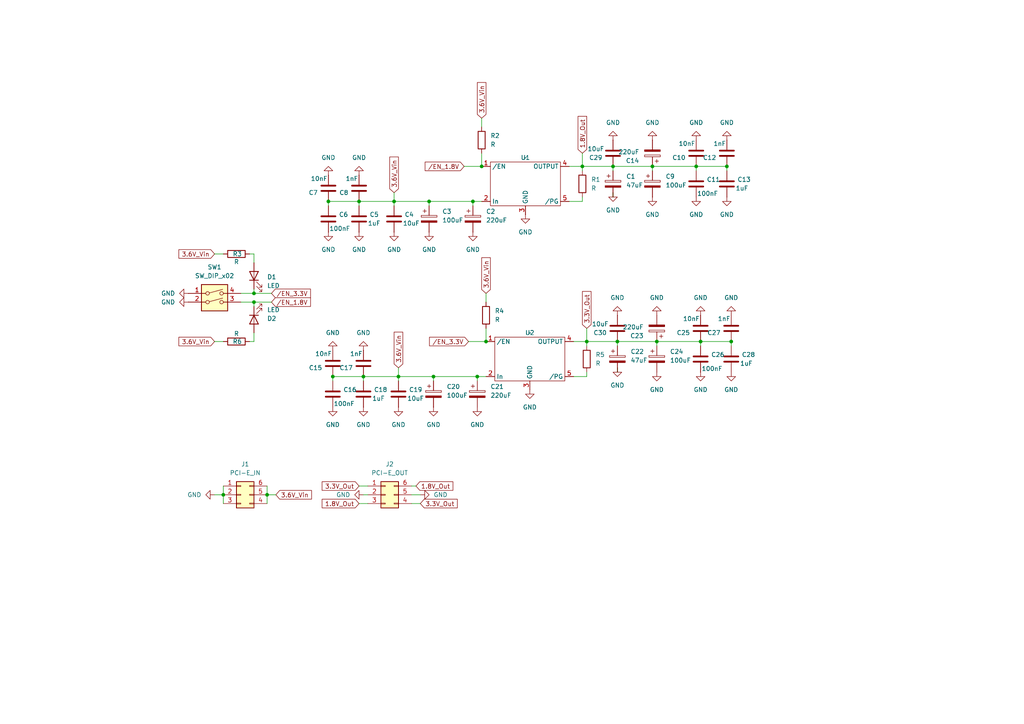
<source format=kicad_sch>
(kicad_sch (version 20231120) (generator "eeschema") (generator_version "8.0")
  (paper "A4")
  (lib_symbols
    (symbol "Connector_Generic:Conn_02x03_Counter_Clockwise" (pin_names (offset 1.016) hide)
      (property "Reference" "J" (at 1.27 5.08 0))
      (property "Value" "Conn_02x03_Counter_Clockwise" (at 1.27 -5.08 0))
      (symbol "Conn_02x03_Counter_Clockwise_1_1"
        (rectangle (start -1.27 -2.413) (end 0 -2.667) (stroke (width 0.1524)))
        (rectangle (start -1.27 0.127) (end 0 -0.127) (stroke (width 0.1524)))
        (rectangle (start -1.27 2.667) (end 0 2.413) (stroke (width 0.1524)))
        (rectangle (start -1.27 3.81) (end 3.81 -3.81) (stroke (width 0.254)) (fill (type background)))
        (rectangle (start 3.81 -2.413) (end 2.54 -2.667) (stroke (width 0.1524)))
        (rectangle (start 3.81 0.127) (end 2.54 -0.127) (stroke (width 0.1524)))
        (rectangle (start 3.81 2.667) (end 2.54 2.413) (stroke (width 0.1524)))
        (pin passive line (at -5.08 2.54 0) (length 3.81) (name "Pin_1") (number "1"))
        (pin passive line (at -5.08 0 0) (length 3.81) (name "Pin_2") (number "2"))
        (pin passive line (at -5.08 -2.54 0) (length 3.81) (name "Pin_3") (number "3"))
        (pin passive line (at 7.62 -2.54 180) (length 3.81) (name "Pin_4") (number "4"))
        (pin passive line (at 7.62 0 180) (length 3.81) (name "Pin_5") (number "5"))
        (pin passive line (at 7.62 2.54 180) (length 3.81) (name "Pin_6") (number "6"))
      )
    )
    (symbol "Device:C" (pin_numbers hide) (pin_names (offset 0.254))
      (property "Reference" "C" (at 0.635 2.54 0))
      (property "Value" "C" (at 0.635 -2.54 0))
      (symbol "C_0_1"
        (polyline (pts (xy -2.032 -0.762) (xy 2.032 -0.762)) (stroke (width 0.508)))
        (polyline (pts (xy -2.032 0.762) (xy 2.032 0.762)) (stroke (width 0.508)))
      )
      (symbol "C_1_1"
        (pin passive line (at 0 3.81 270) (length 2.794) (name "~") (number "1"))
        (pin passive line (at 0 -3.81 90) (length 2.794) (name "~") (number "2"))
      )
    )
    (symbol "Device:C_Polarized" (pin_numbers hide) (pin_names (offset 0.254))
      (property "Reference" "C" (at 0.635 2.54 0))
      (property "Value" "C_Polarized" (at 0.635 -2.54 0))
      (symbol "C_Polarized_0_1"
        (rectangle (start -2.286 0.508) (end 2.286 1.016))
        (polyline (pts (xy -1.778 2.286) (xy -0.762 2.286)))
        (polyline (pts (xy -1.27 2.794) (xy -1.27 1.778)))
        (rectangle (start 2.286 -0.508) (end -2.286 -1.016) (fill (type outline)))
      )
      (symbol "C_Polarized_1_1"
        (pin passive line (at 0 3.81 270) (length 2.794) (name "~") (number "1"))
        (pin passive line (at 0 -3.81 90) (length 2.794) (name "~") (number "2"))
      )
    )
    (symbol "Device:LED" (pin_numbers hide) (pin_names (offset 1.016) hide)
      (property "Reference" "D" (at 0 2.54 0))
      (property "Value" "LED" (at 0 -2.54 0))
      (symbol "LED_0_1"
        (polyline (pts (xy -1.27 -1.27) (xy -1.27 1.27)) (stroke (width 0.254)))
        (polyline (pts (xy -1.27 0) (xy 1.27 0)))
        (polyline (pts (xy 1.27 -1.27) (xy 1.27 1.27) (xy -1.27 0) (xy 1.27 -1.27)) (stroke (width 0.254)))
        (polyline (pts (xy -3.048 -0.762) (xy -4.572 -2.286) (xy -3.81 -2.286) (xy -4.572 -2.286) (xy -4.572 -1.524)))
        (polyline (pts (xy -1.778 -0.762) (xy -3.302 -2.286) (xy -2.54 -2.286) (xy -3.302 -2.286) (xy -3.302 -1.524)))
      )
      (symbol "LED_1_1"
        (pin passive line (at -3.81 0 0) (length 2.54) (name "K") (number "1"))
        (pin passive line (at 3.81 0 180) (length 2.54) (name "A") (number "2"))
      )
    )
    (symbol "Device:R" (pin_numbers hide) (pin_names (offset 0))
      (property "Reference" "R" (at 2.032 0 90))
      (property "Value" "R" (at 0 0 90))
      (symbol "R_0_1"
        (rectangle (start -1.016 -2.54) (end 1.016 2.54) (stroke (width 0.254)))
      )
      (symbol "R_1_1"
        (pin passive line (at 0 3.81 270) (length 1.27) (name "~") (number "1"))
        (pin passive line (at 0 -3.81 90) (length 1.27) (name "~") (number "2"))
      )
    )
    (symbol "HYDRA_Symbol:TPS75918KTTT"
      (property "Reference" "U" (at 0 0 0))
      (symbol "TPS75918KTTT_0_1"
        (rectangle (start -10.16 -1.27) (end 10.16 -13.97))
      )
      (symbol "TPS75918KTTT_1_1"
        (pin input line (at -12.7 -2.54 0) (length 2.54) (name "/EN") (number "1"))
        (pin input line (at -12.7 -12.7 0) (length 2.54) (name "In") (number "2"))
        (pin input line (at 0 -16.51 90) (length 2.54) (name "GND") (number "3"))
        (pin input line (at 12.7 -2.54 180) (length 2.54) (name "OUTPUT") (number "4"))
        (pin input line (at 12.7 -12.7 180) (length 2.54) (name "/PG") (number "5"))
      )
    )
    (symbol "Switch:SW_DIP_x02" (pin_names (offset 0) hide)
      (property "Reference" "SW" (at 0 6.35 0))
      (property "Value" "SW_DIP_x02" (at 0 -3.81 0))
      (symbol "SW_DIP_x02_0_0"
        (circle (center -2.032 0) (radius 0.508))
        (circle (center -2.032 2.54) (radius 0.508))
        (polyline (pts (xy -1.524 0.127) (xy 2.3622 1.1684)))
        (polyline (pts (xy -1.524 2.667) (xy 2.3622 3.7084)))
        (circle (center 2.032 0) (radius 0.508))
        (circle (center 2.032 2.54) (radius 0.508))
      )
      (symbol "SW_DIP_x02_0_1"
        (rectangle (start -3.81 5.08) (end 3.81 -2.54) (stroke (width 0.254)) (fill (type background)))
      )
      (symbol "SW_DIP_x02_1_1"
        (pin passive line (at -7.62 2.54 0) (length 5.08) (name "~") (number "1"))
        (pin passive line (at -7.62 0 0) (length 5.08) (name "~") (number "2"))
        (pin passive line (at 7.62 0 180) (length 5.08) (name "~") (number "3"))
        (pin passive line (at 7.62 2.54 180) (length 5.08) (name "~") (number "4"))
      )
    )
    (symbol "power:GND" (power) (pin_numbers hide) (pin_names (offset 0) hide)
      (property "Value" "GND" (at 0 -3.81 0))
      (symbol "GND_0_1"
        (polyline (pts (xy 0 0) (xy 0 -1.27) (xy 1.27 -1.27) (xy 0 -2.54) (xy -1.27 -1.27) (xy 0 -1.27)))
      )
      (symbol "GND_1_1"
        (pin power_in line (at 0 0 270) (length 0) (name "~") (number "1"))
      )
    )
  )
  (junction (at 177.8 48.26))
  (junction (at 73.66 85.09))
  (junction (at 139.7 48.26))
  (junction (at 115.57 109.22))
  (junction (at 124.46 58.42))
  (junction (at 190.5 99.06))
  (junction (at 210.82 48.26))
  (junction (at 189.23 48.26))
  (junction (at 64.77 143.51))
  (junction (at 96.52 109.22))
  (junction (at 140.97 99.06))
  (junction (at 105.41 109.22))
  (junction (at 104.14 58.42))
  (junction (at 95.25 58.42))
  (junction (at 77.47 143.51))
  (junction (at 137.16 58.42))
  (junction (at 170.18 99.06))
  (junction (at 203.2 99.06))
  (junction (at 125.73 109.22))
  (junction (at 201.93 48.26))
  (junction (at 73.66 87.63))
  (junction (at 212.09 99.06))
  (junction (at 138.43 109.22))
  (junction (at 179.07 99.06))
  (junction (at 168.91 48.26))
  (junction (at 114.3 58.42))
  (wire (pts (xy 62.23 99.06) (xy 64.77 99.06)))
  (wire (pts (xy 114.3 55.88) (xy 114.3 58.42)))
  (wire (pts (xy 177.8 48.26) (xy 177.8 49.53)))
  (wire (pts (xy 135.89 99.06) (xy 140.97 99.06)))
  (wire (pts (xy 168.91 58.42) (xy 168.91 57.15)))
  (wire (pts (xy 115.57 109.22) (xy 125.73 109.22)))
  (wire (pts (xy 125.73 109.22) (xy 138.43 109.22)))
  (wire (pts (xy 73.66 73.66) (xy 73.66 76.2)))
  (wire (pts (xy 104.14 140.97) (xy 106.68 140.97)))
  (wire (pts (xy 120.65 140.97) (xy 119.38 140.97)))
  (wire (pts (xy 203.2 99.06) (xy 212.09 99.06)))
  (wire (pts (xy 168.91 48.26) (xy 177.8 48.26)))
  (wire (pts (xy 119.38 143.51) (xy 121.92 143.51)))
  (wire (pts (xy 134.62 48.26) (xy 139.7 48.26)))
  (wire (pts (xy 105.41 110.49) (xy 105.41 109.22)))
  (wire (pts (xy 125.73 109.22) (xy 125.73 110.49)))
  (wire (pts (xy 201.93 48.26) (xy 201.93 49.53)))
  (wire (pts (xy 168.91 44.45) (xy 168.91 48.26)))
  (wire (pts (xy 170.18 95.25) (xy 170.18 99.06)))
  (wire (pts (xy 168.91 48.26) (xy 165.1 48.26)))
  (wire (pts (xy 170.18 99.06) (xy 166.37 99.06)))
  (wire (pts (xy 170.18 99.06) (xy 170.18 100.33)))
  (wire (pts (xy 212.09 99.06) (xy 212.09 100.33)))
  (wire (pts (xy 179.07 99.06) (xy 190.5 99.06)))
  (wire (pts (xy 78.74 87.63) (xy 73.66 87.63)))
  (wire (pts (xy 166.37 109.22) (xy 170.18 109.22)))
  (wire (pts (xy 190.5 100.33) (xy 190.5 99.06)))
  (wire (pts (xy 77.47 140.97) (xy 77.47 143.51)))
  (wire (pts (xy 73.66 99.06) (xy 73.66 96.52)))
  (wire (pts (xy 124.46 58.42) (xy 137.16 58.42)))
  (wire (pts (xy 115.57 109.22) (xy 115.57 110.49)))
  (wire (pts (xy 96.52 110.49) (xy 96.52 109.22)))
  (wire (pts (xy 177.8 57.15) (xy 177.8 55.88)))
  (wire (pts (xy 177.8 48.26) (xy 189.23 48.26)))
  (wire (pts (xy 114.3 58.42) (xy 114.3 59.69)))
  (wire (pts (xy 96.52 109.22) (xy 105.41 109.22)))
  (wire (pts (xy 139.7 44.45) (xy 139.7 48.26)))
  (wire (pts (xy 189.23 49.53) (xy 189.23 48.26)))
  (wire (pts (xy 73.66 87.63) (xy 69.85 87.63)))
  (wire (pts (xy 189.23 48.26) (xy 201.93 48.26)))
  (wire (pts (xy 64.77 140.97) (xy 64.77 143.51)))
  (wire (pts (xy 72.39 73.66) (xy 73.66 73.66)))
  (wire (pts (xy 114.3 58.42) (xy 124.46 58.42)))
  (wire (pts (xy 203.2 99.06) (xy 203.2 100.33)))
  (wire (pts (xy 78.74 85.09) (xy 73.66 85.09)))
  (wire (pts (xy 64.77 143.51) (xy 64.77 146.05)))
  (wire (pts (xy 124.46 58.42) (xy 124.46 59.69)))
  (wire (pts (xy 105.41 109.22) (xy 115.57 109.22)))
  (wire (pts (xy 105.41 143.51) (xy 106.68 143.51)))
  (wire (pts (xy 62.23 73.66) (xy 64.77 73.66)))
  (wire (pts (xy 137.16 58.42) (xy 139.7 58.42)))
  (wire (pts (xy 95.25 59.69) (xy 95.25 58.42)))
  (wire (pts (xy 190.5 99.06) (xy 203.2 99.06)))
  (wire (pts (xy 73.66 85.09) (xy 69.85 85.09)))
  (wire (pts (xy 62.23 143.51) (xy 64.77 143.51)))
  (wire (pts (xy 168.91 48.26) (xy 168.91 49.53)))
  (wire (pts (xy 104.14 59.69) (xy 104.14 58.42)))
  (wire (pts (xy 95.25 58.42) (xy 104.14 58.42)))
  (wire (pts (xy 77.47 143.51) (xy 77.47 146.05)))
  (wire (pts (xy 140.97 95.25) (xy 140.97 99.06)))
  (wire (pts (xy 179.07 107.95) (xy 179.07 106.68)))
  (wire (pts (xy 139.7 34.29) (xy 139.7 36.83)))
  (wire (pts (xy 80.01 143.51) (xy 77.47 143.51)))
  (wire (pts (xy 72.39 99.06) (xy 73.66 99.06)))
  (wire (pts (xy 121.92 146.05) (xy 119.38 146.05)))
  (wire (pts (xy 201.93 48.26) (xy 210.82 48.26)))
  (wire (pts (xy 140.97 85.09) (xy 140.97 87.63)))
  (wire (pts (xy 165.1 58.42) (xy 168.91 58.42)))
  (wire (pts (xy 170.18 99.06) (xy 179.07 99.06)))
  (wire (pts (xy 104.14 58.42) (xy 114.3 58.42)))
  (wire (pts (xy 138.43 109.22) (xy 140.97 109.22)))
  (wire (pts (xy 179.07 99.06) (xy 179.07 100.33)))
  (wire (pts (xy 115.57 106.68) (xy 115.57 109.22)))
  (wire (pts (xy 73.66 88.9) (xy 73.66 87.63)))
  (wire (pts (xy 210.82 48.26) (xy 210.82 49.53)))
  (wire (pts (xy 138.43 110.49) (xy 138.43 109.22)))
  (wire (pts (xy 137.16 59.69) (xy 137.16 58.42)))
  (wire (pts (xy 170.18 109.22) (xy 170.18 107.95)))
  (wire (pts (xy 73.66 83.82) (xy 73.66 85.09)))
  (wire (pts (xy 104.14 146.05) (xy 106.68 146.05)))
  (global_label "1.8V_Out" (shape input) (at 104.14 146.05 180) (property "Intersheetrefs" "${INTERSHEET_REFS}" (effects (hide yes))))
  (global_label "3.3V_Out" (shape input) (at 170.18 95.25 90) (property "Intersheetrefs" "${INTERSHEET_REFS}" (effects (hide yes))))
  (global_label "3.6V_Vin" (shape input) (at 115.57 106.68 90) (property "Intersheetrefs" "${INTERSHEET_REFS}" (effects (hide yes))))
  (global_label "3.6V_Vin" (shape input) (at 62.23 73.66 180) (property "Intersheetrefs" "${INTERSHEET_REFS}" (effects (hide yes))))
  (global_label "3.3V_Out" (shape input) (at 104.14 140.97 180) (property "Intersheetrefs" "${INTERSHEET_REFS}" (effects (hide yes))))
  (global_label "{slash}EN_3.3V" (shape input) (at 135.89 99.06 180) (property "Intersheetrefs" "${INTERSHEET_REFS}" (effects (hide yes))))
  (global_label "3.6V_Vin" (shape input) (at 140.97 85.09 90) (property "Intersheetrefs" "${INTERSHEET_REFS}" (effects (hide yes))))
  (global_label "{slash}EN_1.8V" (shape input) (at 134.62 48.26 180) (property "Intersheetrefs" "${INTERSHEET_REFS}" (effects (hide yes))))
  (global_label "3.3V_Out" (shape input) (at 121.92 146.05 0) (property "Intersheetrefs" "${INTERSHEET_REFS}" (effects (hide yes))))
  (global_label "1.8V_Out" (shape input) (at 120.65 140.97 0) (property "Intersheetrefs" "${INTERSHEET_REFS}" (effects (hide yes))))
  (global_label "3.6V_Vin" (shape input) (at 114.3 55.88 90) (property "Intersheetrefs" "${INTERSHEET_REFS}" (effects (hide yes))))
  (global_label "3.6V_Vin" (shape input) (at 139.7 34.29 90) (property "Intersheetrefs" "${INTERSHEET_REFS}" (effects (hide yes))))
  (global_label "1.8V_Out" (shape input) (at 168.91 44.45 90) (property "Intersheetrefs" "${INTERSHEET_REFS}" (effects (hide yes))))
  (global_label "{slash}EN_3.3V" (shape input) (at 78.74 85.09 0) (property "Intersheetrefs" "${INTERSHEET_REFS}" (effects (hide yes))))
  (global_label "{slash}EN_1.8V" (shape input) (at 78.74 87.63 0) (property "Intersheetrefs" "${INTERSHEET_REFS}" (effects (hide yes))))
  (global_label "3.6V_Vin" (shape input) (at 62.23 99.06 180) (property "Intersheetrefs" "${INTERSHEET_REFS}" (effects (hide yes))))
  (global_label "3.6V_Vin" (shape input) (at 80.01 143.51 0) (property "Intersheetrefs" "${INTERSHEET_REFS}" (effects (hide yes))))
  (symbol (lib_id "Device:R") (at 168.91 53.34 0) (unit 1)
    (property "Reference" "R1" (at 171.45 52.0699 0) (effects (justify left)))
    (property "Value" "R" (at 171.45 54.6099 0) (effects (justify left)))
    (property "Footprint" "Resistor_SMD:R_0603_1608Metric" (effects (hide yes)))
    (property "Description" "Resistor" (effects (hide yes)))
  )
  (symbol (lib_id "Device:R") (at 139.7 40.64 180) (unit 1)
    (property "Reference" "R2" (at 142.24 39.3699 0) (effects (justify right)))
    (property "Value" "R" (at 142.24 41.9099 0) (effects (justify right)))
    (property "Footprint" "Resistor_SMD:R_0603_1608Metric" (effects (hide yes)))
    (property "Description" "Resistor" (effects (hide yes)))
  )
  (symbol (lib_id "power:GND") (at 210.82 40.64 180) (unit 1)
    (property "Reference" "#PWR014" (effects (hide yes)))
    (property "Value" "GND" (at 210.82 35.56 0))
    (property "Description" "Power symbol creates a global label with name \"GND\" , ground" (effects (hide yes)))
  )
  (symbol (lib_id "power:GND") (at 96.52 118.11 0) (unit 1)
    (property "Reference" "#PWR018" (effects (hide yes)))
    (property "Value" "GND" (at 96.52 123.19 0))
    (property "Description" "Power symbol creates a global label with name \"GND\" , ground" (effects (hide yes)))
  )
  (symbol (lib_id "Device:LED") (at 73.66 80.01 90) (unit 1)
    (property "Reference" "D1" (at 77.47 80.3274 90) (effects (justify right)))
    (property "Value" "LED" (at 77.47 82.8674 90) (effects (justify right)))
    (property "Footprint" "LED_SMD:LED_0603_1608Metric" (effects (hide yes)))
    (property "Description" "Light emitting diode" (effects (hide yes)))
  )
  (symbol (lib_id "power:GND") (at 179.07 106.68 0) (unit 1)
    (property "Reference" "#PWR025" (effects (hide yes)))
    (property "Value" "GND" (at 179.07 111.76 0))
    (property "Description" "Power symbol creates a global label with name \"GND\" , ground" (effects (hide yes)))
  )
  (symbol (lib_id "power:GND") (at 153.67 113.03 0) (unit 1)
    (property "Reference" "#PWR024" (effects (hide yes)))
    (property "Value" "GND" (at 153.67 118.11 0))
    (property "Description" "Power symbol creates a global label with name \"GND\" , ground" (effects (hide yes)))
  )
  (symbol (lib_id "Device:C_Polarized") (at 177.8 53.34 0) (unit 1)
    (property "Reference" "C1" (at 181.61 51.1809 0) (effects (justify left)))
    (property "Value" "47uF" (at 181.61 53.7209 0) (effects (justify left)))
    (property "Footprint" "Capacitor_SMD:CP_Elec_5x5.4" (effects (hide yes)))
    (property "Description" "Polarized capacitor" (effects (hide yes)))
  )
  (symbol (lib_id "Device:C_Polarized") (at 189.23 44.45 180) (unit 1)
    (property "Reference" "C14" (at 185.42 46.6091 0) (effects (justify left)))
    (property "Value" "220uF" (at 185.42 44.0691 0) (effects (justify left)))
    (property "Footprint" "Capacitor_SMD:CP_Elec_8x10.5" (effects (hide yes)))
    (property "Description" "Polarized capacitor" (effects (hide yes)))
  )
  (symbol (lib_id "Device:C") (at 201.93 44.45 180) (unit 1)
    (property "Reference" "C10" (at 198.882 45.72 0) (effects (justify left)))
    (property "Value" "10nF" (at 201.676 41.656 0) (effects (justify left)))
    (property "Footprint" "Capacitor_SMD:C_0603_1608Metric" (effects (hide yes)))
    (property "Description" "Unpolarized capacitor" (effects (hide yes)))
  )
  (symbol (lib_id "Device:C_Polarized") (at 137.16 63.5 0) (unit 1)
    (property "Reference" "C2" (at 140.97 61.3409 0) (effects (justify left)))
    (property "Value" "220uF" (at 140.97 63.8809 0) (effects (justify left)))
    (property "Footprint" "Capacitor_SMD:CP_Elec_8x10.5" (effects (hide yes)))
    (property "Description" "Polarized capacitor" (effects (hide yes)))
  )
  (symbol (lib_id "power:GND") (at 121.92 143.51 90) (unit 1)
    (property "Reference" "#PWR035" (effects (hide yes)))
    (property "Value" "GND" (at 125.73 143.5099 90) (effects (justify right)))
    (property "Description" "Power symbol creates a global label with name \"GND\" , ground" (effects (hide yes)))
  )
  (symbol (lib_id "Connector_Generic:Conn_02x03_Counter_Clockwise") (at 69.85 143.51 0) (unit 1)
    (property "Reference" "J1" (at 71.12 134.62 0))
    (property "Value" "PCI-E_IN" (at 71.12 137.16 0))
    (property "Footprint" "Molex_PCB_Power_Connector:MOLEX_39-30-1060" (effects (hide yes)))
    (property "Description" "Generic connector, double row, 02x03, counter clockwise pin numbering scheme (similar to DIP package numbering), script generated (kicad-library-utils/schlib/autogen/connector/)" (effects (hide yes)))
  )
  (symbol (lib_id "power:GND") (at 62.23 143.51 270) (unit 1)
    (property "Reference" "#PWR033" (effects (hide yes)))
    (property "Value" "GND" (at 58.42 143.5099 90) (effects (justify right)))
    (property "Description" "Power symbol creates a global label with name \"GND\" , ground" (effects (hide yes)))
  )
  (symbol (lib_id "HYDRA_Symbol:TPS75918KTTT") (at 152.4 45.72 0) (unit 1)
    (property "Reference" "U1" (at 152.4 45.72 0))
    (property "Value" "~" (at 152.4 45.72 0))
    (property "Footprint" "Package_TO_SOT_SMD:TO-263-5_TabPin3" (effects (hide yes)))
  )
  (symbol (lib_id "power:GND") (at 179.07 91.44 180) (unit 1)
    (property "Reference" "#PWR037" (effects (hide yes)))
    (property "Value" "GND" (at 179.07 86.36 0))
    (property "Description" "Power symbol creates a global label with name \"GND\" , ground" (effects (hide yes)))
  )
  (symbol (lib_id "power:GND") (at 125.73 118.11 0) (unit 1)
    (property "Reference" "#PWR022" (effects (hide yes)))
    (property "Value" "GND" (at 125.73 123.19 0))
    (property "Description" "Power symbol creates a global label with name \"GND\" , ground" (effects (hide yes)))
  )
  (symbol (lib_id "power:GND") (at 54.61 87.63 270) (unit 1)
    (property "Reference" "#PWR032" (effects (hide yes)))
    (property "Value" "GND" (at 50.8 87.6299 90) (effects (justify right)))
    (property "Description" "Power symbol creates a global label with name \"GND\" , ground" (effects (hide yes)))
  )
  (symbol (lib_id "Device:C") (at 96.52 105.41 180) (unit 1)
    (property "Reference" "C15" (at 93.472 106.68 0) (effects (justify left)))
    (property "Value" "10nF" (at 96.266 102.616 0) (effects (justify left)))
    (property "Footprint" "Capacitor_SMD:C_0603_1608Metric" (effects (hide yes)))
    (property "Description" "Unpolarized capacitor" (effects (hide yes)))
  )
  (symbol (lib_id "power:GND") (at 104.14 67.31 0) (unit 1)
    (property "Reference" "#PWR07" (effects (hide yes)))
    (property "Value" "GND" (at 104.14 72.39 0))
    (property "Description" "Power symbol creates a global label with name \"GND\" , ground" (effects (hide yes)))
  )
  (symbol (lib_id "power:GND") (at 212.09 91.44 180) (unit 1)
    (property "Reference" "#PWR030" (effects (hide yes)))
    (property "Value" "GND" (at 212.09 86.36 0))
    (property "Description" "Power symbol creates a global label with name \"GND\" , ground" (effects (hide yes)))
  )
  (symbol (lib_id "Device:C") (at 96.52 114.3 0) (unit 1)
    (property "Reference" "C16" (at 99.568 113.03 0) (effects (justify left)))
    (property "Value" "100nF" (at 96.774 117.094 0) (effects (justify left)))
    (property "Footprint" "Capacitor_SMD:C_0603_1608Metric" (effects (hide yes)))
    (property "Description" "Unpolarized capacitor" (effects (hide yes)))
  )
  (symbol (lib_id "Device:R") (at 68.58 73.66 270) (unit 1)
    (property "Reference" "R3" (at 68.834 73.66 90))
    (property "Value" "R" (at 68.58 75.946 90))
    (property "Footprint" "Resistor_SMD:R_0603_1608Metric" (effects (hide yes)))
    (property "Description" "Resistor" (effects (hide yes)))
  )
  (symbol (lib_id "power:GND") (at 96.52 101.6 180) (unit 1)
    (property "Reference" "#PWR017" (effects (hide yes)))
    (property "Value" "GND" (at 96.52 96.52 0))
    (property "Description" "Power symbol creates a global label with name \"GND\" , ground" (effects (hide yes)))
  )
  (symbol (lib_id "power:GND") (at 114.3 67.31 0) (unit 1)
    (property "Reference" "#PWR06" (effects (hide yes)))
    (property "Value" "GND" (at 114.3 72.39 0))
    (property "Description" "Power symbol creates a global label with name \"GND\" , ground" (effects (hide yes)))
  )
  (symbol (lib_id "Device:C") (at 95.25 63.5 0) (unit 1)
    (property "Reference" "C6" (at 98.298 62.23 0) (effects (justify left)))
    (property "Value" "100nF" (at 95.504 66.294 0) (effects (justify left)))
    (property "Footprint" "Capacitor_SMD:C_0603_1608Metric" (effects (hide yes)))
    (property "Description" "Unpolarized capacitor" (effects (hide yes)))
  )
  (symbol (lib_id "power:GND") (at 95.25 67.31 0) (unit 1)
    (property "Reference" "#PWR08" (effects (hide yes)))
    (property "Value" "GND" (at 95.25 72.39 0))
    (property "Description" "Power symbol creates a global label with name \"GND\" , ground" (effects (hide yes)))
  )
  (symbol (lib_id "Device:C_Polarized") (at 190.5 104.14 0) (unit 1)
    (property "Reference" "C24" (at 194.31 101.9809 0) (effects (justify left)))
    (property "Value" "100uF" (at 194.31 104.5209 0) (effects (justify left)))
    (property "Footprint" "Capacitor_SMD:CP_Elec_8x6.2" (effects (hide yes)))
    (property "Description" "Polarized capacitor" (effects (hide yes)))
  )
  (symbol (lib_id "Device:C") (at 95.25 54.61 180) (unit 1)
    (property "Reference" "C7" (at 92.202 55.88 0) (effects (justify left)))
    (property "Value" "10nF" (at 94.996 51.816 0) (effects (justify left)))
    (property "Footprint" "Capacitor_SMD:C_0603_1608Metric" (effects (hide yes)))
    (property "Description" "Unpolarized capacitor" (effects (hide yes)))
  )
  (symbol (lib_id "power:GND") (at 190.5 107.95 0) (unit 1)
    (property "Reference" "#PWR027" (effects (hide yes)))
    (property "Value" "GND" (at 190.5 113.03 0))
    (property "Description" "Power symbol creates a global label with name \"GND\" , ground" (effects (hide yes)))
  )
  (symbol (lib_id "Device:C") (at 203.2 95.25 180) (unit 1)
    (property "Reference" "C25" (at 200.152 96.52 0) (effects (justify left)))
    (property "Value" "10nF" (at 202.946 92.456 0) (effects (justify left)))
    (property "Footprint" "Capacitor_SMD:C_0603_1608Metric" (effects (hide yes)))
    (property "Description" "Unpolarized capacitor" (effects (hide yes)))
  )
  (symbol (lib_id "Device:C") (at 104.14 54.61 180) (unit 1)
    (property "Reference" "C8" (at 101.092 55.88 0) (effects (justify left)))
    (property "Value" "1nF" (at 103.886 51.816 0) (effects (justify left)))
    (property "Footprint" "Capacitor_SMD:C_0603_1608Metric" (effects (hide yes)))
    (property "Description" "Unpolarized capacitor" (effects (hide yes)))
  )
  (symbol (lib_id "Device:C") (at 210.82 53.34 0) (unit 1)
    (property "Reference" "C13" (at 213.868 52.07 0) (effects (justify left)))
    (property "Value" "1uF" (at 213.36 54.61 0) (effects (justify left)))
    (property "Footprint" "Capacitor_SMD:C_0805_2012Metric" (effects (hide yes)))
    (property "Description" "Unpolarized capacitor" (effects (hide yes)))
  )
  (symbol (lib_id "power:GND") (at 177.8 40.64 180) (unit 1)
    (property "Reference" "#PWR036" (effects (hide yes)))
    (property "Value" "GND" (at 177.8 35.56 0))
    (property "Description" "Power symbol creates a global label with name \"GND\" , ground" (effects (hide yes)))
  )
  (symbol (lib_id "power:GND") (at 152.4 62.23 0) (unit 1)
    (property "Reference" "#PWR01" (effects (hide yes)))
    (property "Value" "GND" (at 152.4 67.31 0))
    (property "Description" "Power symbol creates a global label with name \"GND\" , ground" (effects (hide yes)))
  )
  (symbol (lib_id "HYDRA_Symbol:TPS75918KTTT") (at 153.67 96.52 0) (unit 1)
    (property "Reference" "U2" (at 153.67 96.52 0))
    (property "Value" "~" (at 153.67 96.52 0))
    (property "Footprint" "Package_TO_SOT_SMD:TO-263-5_TabPin3" (effects (hide yes)))
  )
  (symbol (lib_id "Device:R") (at 68.58 99.06 270) (mirror x) (unit 1)
    (property "Reference" "R6" (at 68.834 99.06 90))
    (property "Value" "R" (at 68.58 96.774 90))
    (property "Footprint" "Resistor_SMD:R_0603_1608Metric" (effects (hide yes)))
    (property "Description" "Resistor" (effects (hide yes)))
  )
  (symbol (lib_id "Device:C") (at 203.2 104.14 0) (unit 1)
    (property "Reference" "C26" (at 206.248 102.87 0) (effects (justify left)))
    (property "Value" "100nF" (at 203.454 106.934 0) (effects (justify left)))
    (property "Footprint" "Capacitor_SMD:C_0603_1608Metric" (effects (hide yes)))
    (property "Description" "Unpolarized capacitor" (effects (hide yes)))
  )
  (symbol (lib_id "power:GND") (at 105.41 118.11 0) (unit 1)
    (property "Reference" "#PWR020" (effects (hide yes)))
    (property "Value" "GND" (at 105.41 123.19 0))
    (property "Description" "Power symbol creates a global label with name \"GND\" , ground" (effects (hide yes)))
  )
  (symbol (lib_id "power:GND") (at 201.93 57.15 0) (unit 1)
    (property "Reference" "#PWR013" (effects (hide yes)))
    (property "Value" "GND" (at 201.93 62.23 0))
    (property "Description" "Power symbol creates a global label with name \"GND\" , ground" (effects (hide yes)))
  )
  (symbol (lib_id "power:GND") (at 115.57 118.11 0) (unit 1)
    (property "Reference" "#PWR021" (effects (hide yes)))
    (property "Value" "GND" (at 115.57 123.19 0))
    (property "Description" "Power symbol creates a global label with name \"GND\" , ground" (effects (hide yes)))
  )
  (symbol (lib_id "power:GND") (at 201.93 40.64 180) (unit 1)
    (property "Reference" "#PWR012" (effects (hide yes)))
    (property "Value" "GND" (at 201.93 35.56 0))
    (property "Description" "Power symbol creates a global label with name \"GND\" , ground" (effects (hide yes)))
  )
  (symbol (lib_id "Device:C_Polarized") (at 124.46 63.5 0) (unit 1)
    (property "Reference" "C3" (at 128.27 61.3409 0) (effects (justify left)))
    (property "Value" "100uF" (at 128.27 63.8809 0) (effects (justify left)))
    (property "Footprint" "Capacitor_SMD:CP_Elec_8x6.2" (effects (hide yes)))
    (property "Description" "Polarized capacitor" (effects (hide yes)))
  )
  (symbol (lib_id "Device:C") (at 210.82 44.45 180) (unit 1)
    (property "Reference" "C12" (at 207.772 45.72 0) (effects (justify left)))
    (property "Value" "1nF" (at 210.566 41.656 0) (effects (justify left)))
    (property "Footprint" "Capacitor_SMD:C_0603_1608Metric" (effects (hide yes)))
    (property "Description" "Unpolarized capacitor" (effects (hide yes)))
  )
  (symbol (lib_id "power:GND") (at 203.2 107.95 0) (unit 1)
    (property "Reference" "#PWR029" (effects (hide yes)))
    (property "Value" "GND" (at 203.2 113.03 0))
    (property "Description" "Power symbol creates a global label with name \"GND\" , ground" (effects (hide yes)))
  )
  (symbol (lib_id "Device:C_Polarized") (at 179.07 104.14 0) (unit 1)
    (property "Reference" "C22" (at 182.88 101.9809 0) (effects (justify left)))
    (property "Value" "47uF" (at 182.88 104.5209 0) (effects (justify left)))
    (property "Footprint" "Capacitor_SMD:CP_Elec_5x5.4" (effects (hide yes)))
    (property "Description" "Polarized capacitor" (effects (hide yes)))
  )
  (symbol (lib_id "Device:C") (at 212.09 95.25 180) (unit 1)
    (property "Reference" "C27" (at 209.042 96.52 0) (effects (justify left)))
    (property "Value" "1nF" (at 211.836 92.456 0) (effects (justify left)))
    (property "Footprint" "Capacitor_SMD:C_0603_1608Metric" (effects (hide yes)))
    (property "Description" "Unpolarized capacitor" (effects (hide yes)))
  )
  (symbol (lib_id "Device:C_Polarized") (at 138.43 114.3 0) (unit 1)
    (property "Reference" "C21" (at 142.24 112.1409 0) (effects (justify left)))
    (property "Value" "220uF" (at 142.24 114.6809 0) (effects (justify left)))
    (property "Footprint" "Capacitor_SMD:CP_Elec_8x10.5" (effects (hide yes)))
    (property "Description" "Polarized capacitor" (effects (hide yes)))
  )
  (symbol (lib_id "power:GND") (at 203.2 91.44 180) (unit 1)
    (property "Reference" "#PWR028" (effects (hide yes)))
    (property "Value" "GND" (at 203.2 86.36 0))
    (property "Description" "Power symbol creates a global label with name \"GND\" , ground" (effects (hide yes)))
  )
  (symbol (lib_id "Device:LED") (at 73.66 92.71 90) (mirror x) (unit 1)
    (property "Reference" "D2" (at 77.47 92.3926 90) (effects (justify right)))
    (property "Value" "LED" (at 77.47 89.8526 90) (effects (justify right)))
    (property "Footprint" "LED_SMD:LED_0603_1608Metric" (effects (hide yes)))
    (property "Description" "Light emitting diode" (effects (hide yes)))
  )
  (symbol (lib_id "Device:C") (at 115.57 114.3 0) (unit 1)
    (property "Reference" "C19" (at 118.618 113.03 0) (effects (justify left)))
    (property "Value" "10uF" (at 118.11 115.57 0) (effects (justify left)))
    (property "Footprint" "Capacitor_SMD:C_0805_2012Metric" (effects (hide yes)))
    (property "Description" "Unpolarized capacitor" (effects (hide yes)))
  )
  (symbol (lib_id "Device:C") (at 105.41 114.3 0) (unit 1)
    (property "Reference" "C18" (at 108.458 113.03 0) (effects (justify left)))
    (property "Value" "1uF" (at 107.95 115.57 0) (effects (justify left)))
    (property "Footprint" "Capacitor_SMD:C_0805_2012Metric" (effects (hide yes)))
    (property "Description" "Unpolarized capacitor" (effects (hide yes)))
  )
  (symbol (lib_id "Device:C") (at 114.3 63.5 0) (unit 1)
    (property "Reference" "C4" (at 117.348 62.23 0) (effects (justify left)))
    (property "Value" "10uF" (at 116.84 64.77 0) (effects (justify left)))
    (property "Footprint" "Capacitor_SMD:C_0805_2012Metric" (effects (hide yes)))
    (property "Description" "Unpolarized capacitor" (effects (hide yes)))
  )
  (symbol (lib_id "Device:C") (at 105.41 105.41 180) (unit 1)
    (property "Reference" "C17" (at 102.362 106.68 0) (effects (justify left)))
    (property "Value" "1nF" (at 105.156 102.616 0) (effects (justify left)))
    (property "Footprint" "Capacitor_SMD:C_0603_1608Metric" (effects (hide yes)))
    (property "Description" "Unpolarized capacitor" (effects (hide yes)))
  )
  (symbol (lib_id "Device:C") (at 179.07 95.25 180) (unit 1)
    (property "Reference" "C30" (at 176.022 96.52 0) (effects (justify left)))
    (property "Value" "10uF" (at 176.53 93.98 0) (effects (justify left)))
    (property "Footprint" "Capacitor_SMD:C_0805_2012Metric" (effects (hide yes)))
    (property "Description" "Unpolarized capacitor" (effects (hide yes)))
  )
  (symbol (lib_id "power:GND") (at 137.16 67.31 0) (unit 1)
    (property "Reference" "#PWR04" (effects (hide yes)))
    (property "Value" "GND" (at 137.16 72.39 0))
    (property "Description" "Power symbol creates a global label with name \"GND\" , ground" (effects (hide yes)))
  )
  (symbol (lib_id "Device:R") (at 140.97 91.44 180) (unit 1)
    (property "Reference" "R4" (at 143.51 90.1699 0) (effects (justify right)))
    (property "Value" "R" (at 143.51 92.7099 0) (effects (justify right)))
    (property "Footprint" "Resistor_SMD:R_0603_1608Metric" (effects (hide yes)))
    (property "Description" "Resistor" (effects (hide yes)))
  )
  (symbol (lib_id "power:GND") (at 177.8 55.88 0) (unit 1)
    (property "Reference" "#PWR02" (effects (hide yes)))
    (property "Value" "GND" (at 177.8 60.96 0))
    (property "Description" "Power symbol creates a global label with name \"GND\" , ground" (effects (hide yes)))
  )
  (symbol (lib_id "power:GND") (at 189.23 57.15 0) (unit 1)
    (property "Reference" "#PWR011" (effects (hide yes)))
    (property "Value" "GND" (at 189.23 62.23 0))
    (property "Description" "Power symbol creates a global label with name \"GND\" , ground" (effects (hide yes)))
  )
  (symbol (lib_id "Device:C_Polarized") (at 190.5 95.25 180) (unit 1)
    (property "Reference" "C23" (at 186.69 97.4091 0) (effects (justify left)))
    (property "Value" "220uF" (at 186.69 94.8691 0) (effects (justify left)))
    (property "Footprint" "Capacitor_SMD:CP_Elec_8x10.5" (effects (hide yes)))
    (property "Description" "Polarized capacitor" (effects (hide yes)))
  )
  (symbol (lib_id "power:GND") (at 212.09 107.95 0) (unit 1)
    (property "Reference" "#PWR031" (effects (hide yes)))
    (property "Value" "GND" (at 212.09 113.03 0))
    (property "Description" "Power symbol creates a global label with name \"GND\" , ground" (effects (hide yes)))
  )
  (symbol (lib_id "Device:C_Polarized") (at 189.23 53.34 0) (unit 1)
    (property "Reference" "C9" (at 193.04 51.1809 0) (effects (justify left)))
    (property "Value" "100uF" (at 193.04 53.7209 0) (effects (justify left)))
    (property "Footprint" "Capacitor_SMD:CP_Elec_8x6.2" (effects (hide yes)))
    (property "Description" "Polarized capacitor" (effects (hide yes)))
  )
  (symbol (lib_id "power:GND") (at 105.41 143.51 270) (unit 1)
    (property "Reference" "#PWR034" (effects (hide yes)))
    (property "Value" "GND" (at 101.6 143.5099 90) (effects (justify right)))
    (property "Description" "Power symbol creates a global label with name \"GND\" , ground" (effects (hide yes)))
  )
  (symbol (lib_id "Device:C") (at 104.14 63.5 0) (unit 1)
    (property "Reference" "C5" (at 107.188 62.23 0) (effects (justify left)))
    (property "Value" "1uF" (at 106.68 64.77 0) (effects (justify left)))
    (property "Footprint" "Capacitor_SMD:C_0805_2012Metric" (effects (hide yes)))
    (property "Description" "Unpolarized capacitor" (effects (hide yes)))
  )
  (symbol (lib_id "power:GND") (at 105.41 101.6 180) (unit 1)
    (property "Reference" "#PWR019" (effects (hide yes)))
    (property "Value" "GND" (at 105.41 96.52 0))
    (property "Description" "Power symbol creates a global label with name \"GND\" , ground" (effects (hide yes)))
  )
  (symbol (lib_id "power:GND") (at 189.23 40.64 180) (unit 1)
    (property "Reference" "#PWR016" (effects (hide yes)))
    (property "Value" "GND" (at 189.23 35.56 0))
    (property "Description" "Power symbol creates a global label with name \"GND\" , ground" (effects (hide yes)))
  )
  (symbol (lib_id "power:GND") (at 210.82 57.15 0) (unit 1)
    (property "Reference" "#PWR015" (effects (hide yes)))
    (property "Value" "GND" (at 210.82 62.23 0))
    (property "Description" "Power symbol creates a global label with name \"GND\" , ground" (effects (hide yes)))
  )
  (symbol (lib_id "Device:C_Polarized") (at 125.73 114.3 0) (unit 1)
    (property "Reference" "C20" (at 129.54 112.1409 0) (effects (justify left)))
    (property "Value" "100uF" (at 129.54 114.6809 0) (effects (justify left)))
    (property "Footprint" "Capacitor_SMD:CP_Elec_8x6.2" (effects (hide yes)))
    (property "Description" "Polarized capacitor" (effects (hide yes)))
  )
  (symbol (lib_id "Switch:SW_DIP_x02") (at 62.23 87.63 0) (unit 1)
    (property "Reference" "SW1" (at 62.23 77.47 0))
    (property "Value" "SW_DIP_x02" (at 62.23 80.01 0))
    (property "Footprint" "Button_Switch_SMD:SW_DIP_SPSTx02_Slide_6.7x6.64mm_W8.61mm_P2.54mm_LowProfile" (effects (hide yes)))
    (property "Description" "2x DIP Switch, Single Pole Single Throw (SPST) switch, small symbol" (effects (hide yes)))
  )
  (symbol (lib_id "power:GND") (at 104.14 50.8 180) (unit 1)
    (property "Reference" "#PWR010" (effects (hide yes)))
    (property "Value" "GND" (at 104.14 45.72 0))
    (property "Description" "Power symbol creates a global label with name \"GND\" , ground" (effects (hide yes)))
  )
  (symbol (lib_id "power:GND") (at 54.61 85.09 270) (unit 1)
    (property "Reference" "#PWR03" (effects (hide yes)))
    (property "Value" "GND" (at 50.8 85.0899 90) (effects (justify right)))
    (property "Description" "Power symbol creates a global label with name \"GND\" , ground" (effects (hide yes)))
  )
  (symbol (lib_id "power:GND") (at 124.46 67.31 0) (unit 1)
    (property "Reference" "#PWR05" (effects (hide yes)))
    (property "Value" "GND" (at 124.46 72.39 0))
    (property "Description" "Power symbol creates a global label with name \"GND\" , ground" (effects (hide yes)))
  )
  (symbol (lib_id "power:GND") (at 95.25 50.8 180) (unit 1)
    (property "Reference" "#PWR09" (effects (hide yes)))
    (property "Value" "GND" (at 95.25 45.72 0))
    (property "Description" "Power symbol creates a global label with name \"GND\" , ground" (effects (hide yes)))
  )
  (symbol (lib_id "Device:C") (at 212.09 104.14 0) (unit 1)
    (property "Reference" "C28" (at 215.138 102.87 0) (effects (justify left)))
    (property "Value" "1uF" (at 214.63 105.41 0) (effects (justify left)))
    (property "Footprint" "Capacitor_SMD:C_0805_2012Metric" (effects (hide yes)))
    (property "Description" "Unpolarized capacitor" (effects (hide yes)))
  )
  (symbol (lib_id "Device:R") (at 170.18 104.14 0) (unit 1)
    (property "Reference" "R5" (at 172.72 102.8699 0) (effects (justify left)))
    (property "Value" "R" (at 172.72 105.4099 0) (effects (justify left)))
    (property "Footprint" "Resistor_SMD:R_0603_1608Metric" (effects (hide yes)))
    (property "Description" "Resistor" (effects (hide yes)))
  )
  (symbol (lib_id "Device:C") (at 177.8 44.45 180) (unit 1)
    (property "Reference" "C29" (at 174.752 45.72 0) (effects (justify left)))
    (property "Value" "10uF" (at 175.26 43.18 0) (effects (justify left)))
    (property "Footprint" "Capacitor_SMD:C_0805_2012Metric" (effects (hide yes)))
    (property "Description" "Unpolarized capacitor" (effects (hide yes)))
  )
  (symbol (lib_id "power:GND") (at 138.43 118.11 0) (unit 1)
    (property "Reference" "#PWR023" (effects (hide yes)))
    (property "Value" "GND" (at 138.43 123.19 0))
    (property "Description" "Power symbol creates a global label with name \"GND\" , ground" (effects (hide yes)))
  )
  (symbol (lib_id "Connector_Generic:Conn_02x03_Counter_Clockwise") (at 111.76 143.51 0) (unit 1)
    (property "Reference" "J2" (at 113.03 134.62 0))
    (property "Value" "PCI-E_OUT" (at 113.03 137.16 0))
    (property "Footprint" "Molex_PCB_Power_Connector:MOLEX_39-30-1060" (effects (hide yes)))
    (property "Description" "Generic connector, double row, 02x03, counter clockwise pin numbering scheme (similar to DIP package numbering), script generated (kicad-library-utils/schlib/autogen/connector/)" (effects (hide yes)))
  )
  (symbol (lib_id "Device:C") (at 201.93 53.34 0) (unit 1)
    (property "Reference" "C11" (at 204.978 52.07 0) (effects (justify left)))
    (property "Value" "100nF" (at 202.184 56.134 0) (effects (justify left)))
    (property "Footprint" "Capacitor_SMD:C_0603_1608Metric" (effects (hide yes)))
    (property "Description" "Unpolarized capacitor" (effects (hide yes)))
  )
  (symbol (lib_id "power:GND") (at 190.5 91.44 180) (unit 1)
    (property "Reference" "#PWR026" (effects (hide yes)))
    (property "Value" "GND" (at 190.5 86.36 0))
    (property "Description" "Power symbol creates a global label with name \"GND\" , ground" (effects (hide yes)))
  )
)
</source>
